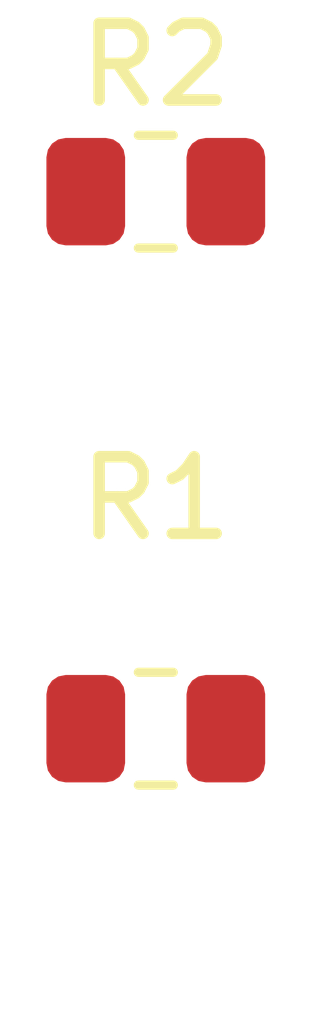
<source format=kicad_pcb>
(kicad_pcb (version 20240108) (generator "pcbnew") (generator_version "8.0")
  (layers (0 "F.Cu" signal) (31 "B.Cu" signal) (34 "B.Paste" user) (35 "F.Paste" user) (36 "B.SilkS" user "B.Silkscreen") (37 "F.SilkS" user "F.Silkscreen") (38 "B.Mask" user) (39 "F.Mask" user) (44 "Edge.Cuts" user))
  (net 0 "")
  (net 1 "VO")
  (net 2 "GND")
  (net 3 "VI")
  (footprint "Resistor_SMD:R_0805_2012Metric" (layer "F.Cu") (at 145.5875 83)
    (property "Reference" "R2" (at 0 -1.65 0) (layer "F.SilkS"))
    (property "Value" "50")
    (fp_line (start -0.227064 -0.735) (end 0.227064 -0.735) (stroke (width 0.12)) (layer "F.SilkS"))
    (fp_line (start -0.227064 0.735) (end 0.227064 0.735) (stroke (width 0.12)) (layer "F.SilkS"))
    (pad "1" smd roundrect (at -0.9125 0) (size 1.025 1.4) (layers "F.Cu" "F.Paste" "F.Mask") (roundrect_rratio 0.243902) (net 1 "VO"))
    (pad "2" smd roundrect (at 0.9125 0) (size 1.025 1.4) (layers "F.Cu" "F.Paste" "F.Mask") (roundrect_rratio 0.243902) (net 2 "GND"))
  )
  (footprint "Resistor_SMD:R_0805_2012Metric" (layer "F.Cu") (at 145.5875 90)
    (property "Reference" "R1" (at 0 -3 0) (layer "F.SilkS"))
    (property "Value" "1000")
    (fp_line (start -0.227064 -0.735) (end 0.227064 -0.735) (stroke (width 0.12)) (layer "F.SilkS"))
    (fp_line (start -0.227064 0.735) (end 0.227064 0.735) (stroke (width 0.12)) (layer "F.SilkS"))
    (pad "1" smd roundrect (at -0.9125 0) (size 1.025 1.4) (layers "F.Cu" "F.Paste" "F.Mask") (roundrect_rratio 0.243902) (net 3 "VI"))
    (pad "2" smd roundrect (at 0.9125 0) (size 1.025 1.4) (layers "F.Cu" "F.Paste" "F.Mask") (roundrect_rratio 0.243902) (net 1 "VO"))
  )
)
</source>
